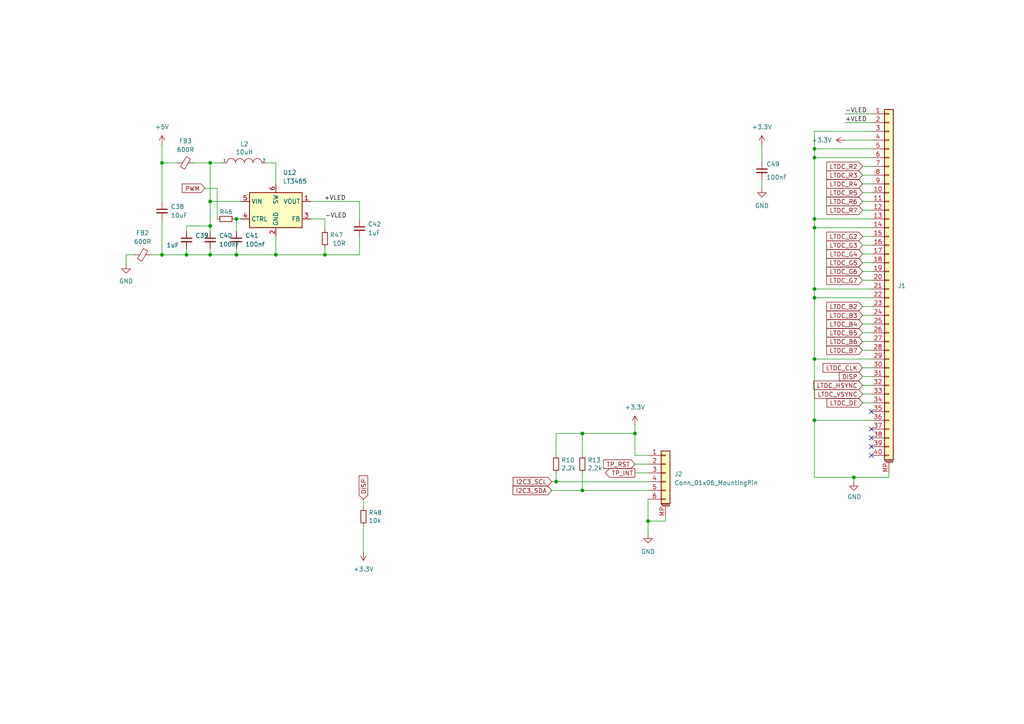
<source format=kicad_sch>
(kicad_sch (version 20250114) (generator "eeschema") (generator_version "9.0")
  (paper "A4")
  (lib_symbols
    (symbol "Connector_Generic_MountingPin:Conn_01x06_MountingPin" (pin_names (offset 1.016) (hide yes))
      (property "Reference" "J" (at 0 7.62 0))
      (property "Value" "Conn_01x06_MountingPin" (at 1.27 -10.16 0))
      (symbol "Conn_01x06_MountingPin_1_1"
        (rectangle (start -1.27 6.35) (end 1.27 -8.89) (stroke (width 0.254)) (fill (type background)))
        (rectangle (start -1.27 5.207) (end 0 4.953) (stroke (width 0.1524)))
        (rectangle (start -1.27 2.667) (end 0 2.413) (stroke (width 0.1524)))
        (rectangle (start -1.27 0.127) (end 0 -0.127) (stroke (width 0.1524)))
        (rectangle (start -1.27 -2.413) (end 0 -2.667) (stroke (width 0.1524)))
        (rectangle (start -1.27 -4.953) (end 0 -5.207) (stroke (width 0.1524)))
        (rectangle (start -1.27 -7.493) (end 0 -7.747) (stroke (width 0.1524)))
        (polyline (pts (xy -1.016 -9.652) (xy 1.016 -9.652)) (stroke (width 0.1524)))
        (text "Mounting" (at 0 -9.271 0) (effects (font (size 0.381 0.381))))
        (pin passive line (at -5.08 5.08 0) (length 3.81) (name "Pin_1") (number "1"))
        (pin passive line (at -5.08 2.54 0) (length 3.81) (name "Pin_2") (number "2"))
        (pin passive line (at -5.08 0 0) (length 3.81) (name "Pin_3") (number "3"))
        (pin passive line (at -5.08 -2.54 0) (length 3.81) (name "Pin_4") (number "4"))
        (pin passive line (at -5.08 -5.08 0) (length 3.81) (name "Pin_5") (number "5"))
        (pin passive line (at -5.08 -7.62 0) (length 3.81) (name "Pin_6") (number "6"))
        (pin passive line (at 0 -12.7 90) (length 3.048) (name "MountPin") (number "MP"))
      )
    )
    (symbol "Connector_Generic_MountingPin:Conn_01x40_MountingPin" (pin_names (offset 1.016) (hide yes))
      (property "Reference" "J" (at 0 50.8 0))
      (property "Value" "Conn_01x40_MountingPin" (at 1.27 -53.34 0))
      (symbol "Conn_01x40_MountingPin_1_1"
        (rectangle (start -1.27 49.53) (end 1.27 -52.07) (stroke (width 0.254)) (fill (type background)))
        (rectangle (start -1.27 48.387) (end 0 48.133) (stroke (width 0.1524)))
        (rectangle (start -1.27 45.847) (end 0 45.593) (stroke (width 0.1524)))
        (rectangle (start -1.27 43.307) (end 0 43.053) (stroke (width 0.1524)))
        (rectangle (start -1.27 40.767) (end 0 40.513) (stroke (width 0.1524)))
        (rectangle (start -1.27 38.227) (end 0 37.973) (stroke (width 0.1524)))
        (rectangle (start -1.27 35.687) (end 0 35.433) (stroke (width 0.1524)))
        (rectangle (start -1.27 33.147) (end 0 32.893) (stroke (width 0.1524)))
        (rectangle (start -1.27 30.607) (end 0 30.353) (stroke (width 0.1524)))
        (rectangle (start -1.27 28.067) (end 0 27.813) (stroke (width 0.1524)))
        (rectangle (start -1.27 25.527) (end 0 25.273) (stroke (width 0.1524)))
        (rectangle (start -1.27 22.987) (end 0 22.733) (stroke (width 0.1524)))
        (rectangle (start -1.27 20.447) (end 0 20.193) (stroke (width 0.1524)))
        (rectangle (start -1.27 17.907) (end 0 17.653) (stroke (width 0.1524)))
        (rectangle (start -1.27 15.367) (end 0 15.113) (stroke (width 0.1524)))
        (rectangle (start -1.27 12.827) (end 0 12.573) (stroke (width 0.1524)))
        (rectangle (start -1.27 10.287) (end 0 10.033) (stroke (width 0.1524)))
        (rectangle (start -1.27 7.747) (end 0 7.493) (stroke (width 0.1524)))
        (rectangle (start -1.27 5.207) (end 0 4.953) (stroke (width 0.1524)))
        (rectangle (start -1.27 2.667) (end 0 2.413) (stroke (width 0.1524)))
        (rectangle (start -1.27 0.127) (end 0 -0.127) (stroke (width 0.1524)))
        (rectangle (start -1.27 -2.413) (end 0 -2.667) (stroke (width 0.1524)))
        (rectangle (start -1.27 -4.953) (end 0 -5.207) (stroke (width 0.1524)))
        (rectangle (start -1.27 -7.493) (end 0 -7.747) (stroke (width 0.1524)))
        (rectangle (start -1.27 -10.033) (end 0 -10.287) (stroke (width 0.1524)))
        (rectangle (start -1.27 -12.573) (end 0 -12.827) (stroke (width 0.1524)))
        (rectangle (start -1.27 -15.113) (end 0 -15.367) (stroke (width 0.1524)))
        (rectangle (start -1.27 -17.653) (end 0 -17.907) (stroke (width 0.1524)))
        (rectangle (start -1.27 -20.193) (end 0 -20.447) (stroke (width 0.1524)))
        (rectangle (start -1.27 -22.733) (end 0 -22.987) (stroke (width 0.1524)))
        (rectangle (start -1.27 -25.273) (end 0 -25.527) (stroke (width 0.1524)))
        (rectangle (start -1.27 -27.813) (end 0 -28.067) (stroke (width 0.1524)))
        (rectangle (start -1.27 -30.353) (end 0 -30.607) (stroke (width 0.1524)))
        (rectangle (start -1.27 -32.893) (end 0 -33.147) (stroke (width 0.1524)))
        (rectangle (start -1.27 -35.433) (end 0 -35.687) (stroke (width 0.1524)))
        (rectangle (start -1.27 -37.973) (end 0 -38.227) (stroke (width 0.1524)))
        (rectangle (start -1.27 -40.513) (end 0 -40.767) (stroke (width 0.1524)))
        (rectangle (start -1.27 -43.053) (end 0 -43.307) (stroke (width 0.1524)))
        (rectangle (start -1.27 -45.593) (end 0 -45.847) (stroke (width 0.1524)))
        (rectangle (start -1.27 -48.133) (end 0 -48.387) (stroke (width 0.1524)))
        (rectangle (start -1.27 -50.673) (end 0 -50.927) (stroke (width 0.1524)))
        (polyline (pts (xy -1.016 -52.832) (xy 1.016 -52.832)) (stroke (width 0.1524)))
        (text "Mounting" (at 0 -52.451 0) (effects (font (size 0.381 0.381))))
        (pin passive line (at -5.08 48.26 0) (length 3.81) (name "Pin_1") (number "1"))
        (pin passive line (at -5.08 45.72 0) (length 3.81) (name "Pin_2") (number "2"))
        (pin passive line (at -5.08 43.18 0) (length 3.81) (name "Pin_3") (number "3"))
        (pin passive line (at -5.08 40.64 0) (length 3.81) (name "Pin_4") (number "4"))
        (pin passive line (at -5.08 38.1 0) (length 3.81) (name "Pin_5") (number "5"))
        (pin passive line (at -5.08 35.56 0) (length 3.81) (name "Pin_6") (number "6"))
        (pin passive line (at -5.08 33.02 0) (length 3.81) (name "Pin_7") (number "7"))
        (pin passive line (at -5.08 30.48 0) (length 3.81) (name "Pin_8") (number "8"))
        (pin passive line (at -5.08 27.94 0) (length 3.81) (name "Pin_9") (number "9"))
        (pin passive line (at -5.08 25.4 0) (length 3.81) (name "Pin_10") (number "10"))
        (pin passive line (at -5.08 22.86 0) (length 3.81) (name "Pin_11") (number "11"))
        (pin passive line (at -5.08 20.32 0) (length 3.81) (name "Pin_12") (number "12"))
        (pin passive line (at -5.08 17.78 0) (length 3.81) (name "Pin_13") (number "13"))
        (pin passive line (at -5.08 15.24 0) (length 3.81) (name "Pin_14") (number "14"))
        (pin passive line (at -5.08 12.7 0) (length 3.81) (name "Pin_15") (number "15"))
        (pin passive line (at -5.08 10.16 0) (length 3.81) (name "Pin_16") (number "16"))
        (pin passive line (at -5.08 7.62 0) (length 3.81) (name "Pin_17") (number "17"))
        (pin passive line (at -5.08 5.08 0) (length 3.81) (name "Pin_18") (number "18"))
        (pin passive line (at -5.08 2.54 0) (length 3.81) (name "Pin_19") (number "19"))
        (pin passive line (at -5.08 0 0) (length 3.81) (name "Pin_20") (number "20"))
        (pin passive line (at -5.08 -2.54 0) (length 3.81) (name "Pin_21") (number "21"))
        (pin passive line (at -5.08 -5.08 0) (length 3.81) (name "Pin_22") (number "22"))
        (pin passive line (at -5.08 -7.62 0) (length 3.81) (name "Pin_23") (number "23"))
        (pin passive line (at -5.08 -10.16 0) (length 3.81) (name "Pin_24") (number "24"))
        (pin passive line (at -5.08 -12.7 0) (length 3.81) (name "Pin_25") (number "25"))
        (pin passive line (at -5.08 -15.24 0) (length 3.81) (name "Pin_26") (number "26"))
        (pin passive line (at -5.08 -17.78 0) (length 3.81) (name "Pin_27") (number "27"))
        (pin passive line (at -5.08 -20.32 0) (length 3.81) (name "Pin_28") (number "28"))
        (pin passive line (at -5.08 -22.86 0) (length 3.81) (name "Pin_29") (number "29"))
        (pin passive line (at -5.08 -25.4 0) (length 3.81) (name "Pin_30") (number "30"))
        (pin passive line (at -5.08 -27.94 0) (length 3.81) (name "Pin_31") (number "31"))
        (pin passive line (at -5.08 -30.48 0) (length 3.81) (name "Pin_32") (number "32"))
        (pin passive line (at -5.08 -33.02 0) (length 3.81) (name "Pin_33") (number "33"))
        (pin passive line (at -5.08 -35.56 0) (length 3.81) (name "Pin_34") (number "34"))
        (pin passive line (at -5.08 -38.1 0) (length 3.81) (name "Pin_35") (number "35"))
        (pin passive line (at -5.08 -40.64 0) (length 3.81) (name "Pin_36") (number "36"))
        (pin passive line (at -5.08 -43.18 0) (length 3.81) (name "Pin_37") (number "37"))
        (pin passive line (at -5.08 -45.72 0) (length 3.81) (name "Pin_38") (number "38"))
        (pin passive line (at -5.08 -48.26 0) (length 3.81) (name "Pin_39") (number "39"))
        (pin passive line (at -5.08 -50.8 0) (length 3.81) (name "Pin_40") (number "40"))
        (pin passive line (at 0 -55.88 90) (length 3.048) (name "MountPin") (number "MP"))
      )
    )
    (symbol "Device:C_Small" (pin_numbers (hide yes)) (pin_names (offset 0.254) (hide yes))
      (property "Reference" "C" (at 0.254 1.778 0))
      (property "Value" "C_Small" (at 0.254 -2.032 0))
      (symbol "C_Small_0_1"
        (polyline (pts (xy -1.524 0.508) (xy 1.524 0.508)) (stroke (width 0.3048)))
        (polyline (pts (xy -1.524 -0.508) (xy 1.524 -0.508)) (stroke (width 0.3302)))
      )
      (symbol "C_Small_1_1"
        (pin passive line (at 0 2.54 270) (length 2.032) (name "~") (number "1"))
        (pin passive line (at 0 -2.54 90) (length 2.032) (name "~") (number "2"))
      )
    )
    (symbol "Device:FerriteBead_Small" (pin_numbers (hide yes)) (pin_names (offset 0))
      (property "Reference" "FB" (at 1.905 1.27 0))
      (property "Value" "FerriteBead_Small" (at 1.905 -1.27 0))
      (symbol "FerriteBead_Small_0_1"
        (polyline (pts (xy -1.8288 0.2794) (xy -1.1176 1.4986) (xy 1.8288 -0.2032) (xy 1.1176 -1.4224) (xy -1.8288 0.2794)))
        (polyline (pts (xy 0 0.889) (xy 0 1.2954)))
        (polyline (pts (xy 0 -1.27) (xy 0 -0.7874)))
      )
      (symbol "FerriteBead_Small_1_1"
        (pin passive line (at 0 2.54 270) (length 1.27) (name "~") (number "1"))
        (pin passive line (at 0 -2.54 90) (length 1.27) (name "~") (number "2"))
      )
    )
    (symbol "Device:R_Small" (pin_numbers (hide yes)) (pin_names (offset 0.254) (hide yes))
      (property "Reference" "R" (at 0.762 0.508 0))
      (property "Value" "R_Small" (at 0.762 -1.016 0))
      (symbol "R_Small_0_1"
        (rectangle (start -0.762 1.778) (end 0.762 -1.778) (stroke (width 0.2032)))
      )
      (symbol "R_Small_1_1"
        (pin passive line (at 0 2.54 270) (length 0.762) (name "~") (number "1"))
        (pin passive line (at 0 -2.54 90) (length 0.762) (name "~") (number "2"))
      )
    )
    (symbol "Driver_LED:LT3465"
      (property "Reference" "U?" (at 2.0194 10.922 0))
      (property "Value" "LT3465" (at 2.0194 8.382 0))
      (symbol "LT3465_0_1"
        (rectangle (start -7.62 5.08) (end 7.62 -5.08) (stroke (width 0.254)) (fill (type background)))
      )
      (symbol "LT3465_1_1"
        (pin power_in line (at -10.16 2.54 0) (length 2.54) (name "VIN") (number "5"))
        (pin input line (at -10.16 -2.54 0) (length 2.54) (name "CTRL") (number "4"))
        (pin output line (at 0 7.62 270) (length 2.54) (name "SW") (number "6"))
        (pin power_in line (at 0 -7.62 90) (length 2.54) (name "GND") (number "2"))
        (pin power_out line (at 10.16 2.54 180) (length 2.54) (name "VOUT") (number "1"))
        (pin input line (at 10.16 -2.54 180) (length 2.54) (name "FB") (number "3"))
      )
    )
    (symbol "power:+5V" (power) (pin_numbers (hide yes)) (pin_names (offset 0) (hide yes))
      (property "Value" "+5V" (at 0 3.556 0))
      (symbol "+5V_0_1"
        (polyline (pts (xy -0.762 1.27) (xy 0 2.54)))
        (polyline (pts (xy 0 2.54) (xy 0.762 1.27)))
        (polyline (pts (xy 0 0) (xy 0 2.54)))
      )
      (symbol "+5V_1_1"
        (pin power_in line (at 0 0 90) (length 0) (name "~") (number "1"))
      )
    )
    (symbol "power:GND" (power) (pin_numbers (hide yes)) (pin_names (offset 0) (hide yes))
      (property "Value" "GND" (at 0 -3.81 0))
      (symbol "GND_0_1"
        (polyline (pts (xy 0 0) (xy 0 -1.27) (xy 1.27 -1.27) (xy 0 -2.54) (xy -1.27 -1.27) (xy 0 -1.27)))
      )
      (symbol "GND_1_1"
        (pin power_in line (at 0 0 270) (length 0) (name "~") (number "1"))
      )
    )
    (symbol "power:VDD" (power) (pin_numbers (hide yes)) (pin_names (offset 0) (hide yes))
      (property "Value" "VDD" (at 0 3.556 0))
      (symbol "VDD_0_1"
        (polyline (pts (xy -0.762 1.27) (xy 0 2.54)))
        (polyline (pts (xy 0 2.54) (xy 0.762 1.27)))
        (polyline (pts (xy 0 0) (xy 0 2.54)))
      )
      (symbol "VDD_1_1"
        (pin power_in line (at 0 0 90) (length 0) (name "~") (number "1"))
      )
    )
    (symbol "pspice:INDUCTOR" (pin_numbers (hide yes)) (pin_names (offset 0))
      (property "Reference" "L" (at 0 2.54 0))
      (property "Value" "INDUCTOR" (at 0 -1.27 0))
      (symbol "INDUCTOR_0_1"
        (arc (start -5.08 0) (mid -3.81 1.2645) (end -2.54 0))
        (arc (start -2.54 0) (mid -1.27 1.2645) (end 0 0))
        (arc (start 0 0) (mid 1.27 1.2645) (end 2.54 0))
        (arc (start 2.54 0) (mid 3.81 1.2645) (end 5.08 0))
      )
      (symbol "INDUCTOR_1_1"
        (pin input line (at -6.35 0 0) (length 1.27) (name "1") (number "1"))
        (pin input line (at 6.35 0 180) (length 1.27) (name "2") (number "2"))
      )
    )
  )
  (junction (at 80.01 73.914))
  (junction (at 46.99 47.244))
  (junction (at 236.22 86.36))
  (junction (at 54.102 73.914))
  (junction (at 236.22 45.72))
  (junction (at 168.91 142.24))
  (junction (at 161.29 139.7))
  (junction (at 236.22 83.82))
  (junction (at 94.234 73.914))
  (junction (at 46.99 73.914))
  (junction (at 60.96 65.532))
  (junction (at 68.58 63.5))
  (junction (at 247.65 138.43))
  (junction (at 60.96 73.914))
  (junction (at 68.58 73.914))
  (junction (at 168.91 125.73))
  (junction (at 236.22 121.92))
  (junction (at 184.15 125.73))
  (junction (at 236.22 43.18))
  (junction (at 236.22 104.14))
  (junction (at 236.22 63.5))
  (junction (at 187.96 151.13))
  (junction (at 60.96 47.244))
  (junction (at 236.22 66.04))
  (junction (at 60.96 58.42))
  (no_connect (at 252.73 124.46))
  (no_connect (at 252.73 127))
  (no_connect (at 252.73 132.08))
  (no_connect (at 252.73 119.38))
  (no_connect (at 252.73 129.54))
  (wire (pts (xy 250.19 78.74) (xy 252.73 78.74)))
  (wire (pts (xy 46.99 41.91) (xy 46.99 47.244)))
  (wire (pts (xy 184.15 123.19) (xy 184.15 125.73)))
  (wire (pts (xy 68.58 63.5) (xy 69.85 63.5)))
  (wire (pts (xy 60.96 65.532) (xy 60.96 67.056)))
  (wire (pts (xy 104.267 58.42) (xy 90.17 58.42)))
  (wire (pts (xy 168.91 142.24) (xy 187.96 142.24)))
  (wire (pts (xy 94.234 73.914) (xy 80.01 73.914)))
  (wire (pts (xy 80.01 73.914) (xy 80.01 68.58)))
  (wire (pts (xy 250.19 91.44) (xy 252.73 91.44)))
  (wire (pts (xy 250.19 81.28) (xy 252.73 81.28)))
  (wire (pts (xy 247.65 138.43) (xy 247.65 139.7)))
  (wire (pts (xy 245.11 35.56) (xy 252.73 35.56)))
  (wire (pts (xy 54.102 67.056) (xy 54.102 65.532)))
  (wire (pts (xy 236.22 45.72) (xy 236.22 63.5)))
  (wire (pts (xy 104.267 63.754) (xy 104.267 58.42)))
  (wire (pts (xy 54.102 73.914) (xy 60.96 73.914)))
  (wire (pts (xy 236.22 138.43) (xy 247.65 138.43)))
  (wire (pts (xy 236.22 104.14) (xy 236.22 121.92)))
  (wire (pts (xy 250.19 71.12) (xy 252.73 71.12)))
  (wire (pts (xy 220.98 41.91) (xy 220.98 46.99)))
  (wire (pts (xy 252.73 104.14) (xy 236.22 104.14)))
  (wire (pts (xy 250.19 53.34) (xy 252.73 53.34)))
  (wire (pts (xy 161.29 137.16) (xy 161.29 139.7)))
  (wire (pts (xy 220.98 52.07) (xy 220.98 54.61)))
  (wire (pts (xy 46.99 63.754) (xy 46.99 73.914)))
  (wire (pts (xy 105.41 152.4) (xy 105.41 160.02)))
  (wire (pts (xy 236.22 38.1) (xy 236.22 43.18)))
  (wire (pts (xy 46.99 73.914) (xy 54.102 73.914)))
  (wire (pts (xy 236.22 86.36) (xy 252.73 86.36)))
  (wire (pts (xy 236.22 43.18) (xy 252.73 43.18)))
  (wire (pts (xy 68.58 72.136) (xy 68.58 73.914)))
  (wire (pts (xy 160.02 142.24) (xy 168.91 142.24)))
  (wire (pts (xy 250.19 55.88) (xy 252.73 55.88)))
  (wire (pts (xy 236.22 83.82) (xy 252.73 83.82)))
  (wire (pts (xy 250.19 116.84) (xy 252.73 116.84)))
  (wire (pts (xy 104.267 73.914) (xy 94.234 73.914)))
  (wire (pts (xy 250.19 73.66) (xy 252.73 73.66)))
  (wire (pts (xy 245.11 33.02) (xy 252.73 33.02)))
  (wire (pts (xy 250.19 88.9) (xy 252.73 88.9)))
  (wire (pts (xy 60.96 72.136) (xy 60.96 73.914)))
  (wire (pts (xy 46.99 47.244) (xy 46.99 58.674)))
  (wire (pts (xy 36.576 76.708) (xy 36.576 73.914)))
  (wire (pts (xy 60.96 47.244) (xy 64.516 47.244)))
  (wire (pts (xy 94.234 71.755) (xy 94.234 73.914)))
  (wire (pts (xy 236.22 83.82) (xy 236.22 86.36)))
  (wire (pts (xy 60.96 47.244) (xy 60.96 58.42)))
  (wire (pts (xy 250.19 114.3) (xy 252.73 114.3)))
  (wire (pts (xy 245.11 40.64) (xy 252.73 40.64)))
  (wire (pts (xy 236.22 66.04) (xy 236.22 83.82)))
  (wire (pts (xy 60.96 73.914) (xy 68.58 73.914)))
  (wire (pts (xy 236.22 86.36) (xy 236.22 104.14)))
  (wire (pts (xy 54.102 72.136) (xy 54.102 73.914)))
  (wire (pts (xy 160.02 139.7) (xy 161.29 139.7)))
  (wire (pts (xy 43.942 73.914) (xy 46.99 73.914)))
  (wire (pts (xy 250.19 93.98) (xy 252.73 93.98)))
  (wire (pts (xy 161.29 132.08) (xy 161.29 125.73)))
  (wire (pts (xy 250.19 109.22) (xy 252.73 109.22)))
  (wire (pts (xy 236.22 121.92) (xy 252.73 121.92)))
  (wire (pts (xy 187.96 151.13) (xy 187.96 154.94)))
  (wire (pts (xy 250.19 50.8) (xy 252.73 50.8)))
  (wire (pts (xy 250.19 58.42) (xy 252.73 58.42)))
  (wire (pts (xy 250.19 111.76) (xy 252.73 111.76)))
  (wire (pts (xy 250.19 76.2) (xy 252.73 76.2)))
  (wire (pts (xy 184.15 134.62) (xy 187.96 134.62)))
  (wire (pts (xy 94.234 63.5) (xy 94.234 66.675)))
  (wire (pts (xy 168.91 137.16) (xy 168.91 142.24)))
  (wire (pts (xy 36.576 73.914) (xy 38.862 73.914)))
  (wire (pts (xy 236.22 63.5) (xy 236.22 66.04)))
  (wire (pts (xy 236.22 43.18) (xy 236.22 45.72)))
  (wire (pts (xy 54.102 65.532) (xy 60.96 65.532)))
  (wire (pts (xy 184.15 132.08) (xy 187.96 132.08)))
  (wire (pts (xy 46.99 47.244) (xy 51.308 47.244)))
  (wire (pts (xy 250.19 68.58) (xy 252.73 68.58)))
  (wire (pts (xy 236.22 121.92) (xy 236.22 138.43)))
  (wire (pts (xy 236.22 66.04) (xy 252.73 66.04)))
  (wire (pts (xy 187.96 144.78) (xy 187.96 151.13)))
  (wire (pts (xy 257.81 137.16) (xy 257.81 138.43)))
  (wire (pts (xy 193.04 149.86) (xy 193.04 151.13)))
  (wire (pts (xy 161.29 139.7) (xy 187.96 139.7)))
  (wire (pts (xy 250.19 99.06) (xy 252.73 99.06)))
  (wire (pts (xy 56.388 47.244) (xy 60.96 47.244)))
  (wire (pts (xy 168.91 125.73) (xy 168.91 132.08)))
  (wire (pts (xy 62.992 63.5) (xy 62.992 54.61)))
  (wire (pts (xy 236.22 63.5) (xy 252.73 63.5)))
  (wire (pts (xy 90.17 63.5) (xy 94.234 63.5)))
  (wire (pts (xy 184.15 125.73) (xy 184.15 132.08)))
  (wire (pts (xy 60.96 58.42) (xy 60.96 65.532)))
  (wire (pts (xy 184.15 137.16) (xy 187.96 137.16)))
  (wire (pts (xy 105.41 147.32) (xy 105.41 144.78)))
  (wire (pts (xy 236.22 45.72) (xy 252.73 45.72)))
  (wire (pts (xy 168.91 125.73) (xy 184.15 125.73)))
  (wire (pts (xy 161.29 125.73) (xy 168.91 125.73)))
  (wire (pts (xy 80.01 47.244) (xy 80.01 53.34)))
  (wire (pts (xy 236.22 38.1) (xy 252.73 38.1)))
  (wire (pts (xy 250.19 106.68) (xy 252.73 106.68)))
  (wire (pts (xy 60.96 58.42) (xy 69.85 58.42)))
  (wire (pts (xy 62.992 54.61) (xy 59.436 54.61)))
  (wire (pts (xy 257.81 138.43) (xy 247.65 138.43)))
  (wire (pts (xy 250.19 60.96) (xy 252.73 60.96)))
  (wire (pts (xy 104.267 68.834) (xy 104.267 73.914)))
  (wire (pts (xy 77.216 47.244) (xy 80.01 47.244)))
  (wire (pts (xy 193.04 151.13) (xy 187.96 151.13)))
  (wire (pts (xy 68.58 73.914) (xy 80.01 73.914)))
  (wire (pts (xy 68.072 63.5) (xy 68.58 63.5)))
  (wire (pts (xy 250.19 96.52) (xy 252.73 96.52)))
  (wire (pts (xy 250.19 48.26) (xy 252.73 48.26)))
  (wire (pts (xy 250.19 101.6) (xy 252.73 101.6)))
  (wire (pts (xy 68.58 67.056) (xy 68.58 63.5)))
  (label "+VLED" (at 93.98 58.42 0))
  (label "+VLED" (at 245.11 35.56 0))
  (label "-VLED" (at 245.11 33.02 0))
  (label "-VLED" (at 94.234 63.5 0))
  (global_label "LTDC_HSYNC" (shape input) (at 250.19 111.76 180) (property "Intersheetrefs" "${INTERSHEET_REFS}" (effects (hide yes))))
  (global_label "LTDC_B4" (shape input) (at 250.19 93.98 180) (property "Intersheetrefs" "${INTERSHEET_REFS}" (effects (hide yes))))
  (global_label "LTDC_CLK" (shape input) (at 250.19 106.68 180) (property "Intersheetrefs" "${INTERSHEET_REFS}" (effects (hide yes))))
  (global_label "LTDC_R4" (shape input) (at 250.19 53.34 180) (property "Intersheetrefs" "${INTERSHEET_REFS}" (effects (hide yes))))
  (global_label "TP_INT" (shape output) (at 184.15 137.16 180) (property "Intersheetrefs" "${INTERSHEET_REFS}" (effects (hide yes))))
  (global_label "LTDC_G2" (shape input) (at 250.19 68.58 180) (property "Intersheetrefs" "${INTERSHEET_REFS}" (effects (hide yes))))
  (global_label "LTDC_G5" (shape input) (at 250.19 76.2 180) (property "Intersheetrefs" "${INTERSHEET_REFS}" (effects (hide yes))))
  (global_label "PWM" (shape input) (at 59.436 54.61 180) (property "Intersheetrefs" "${INTERSHEET_REFS}" (effects (hide yes))))
  (global_label "LTDC_R7" (shape input) (at 250.19 60.96 180) (property "Intersheetrefs" "${INTERSHEET_REFS}" (effects (hide yes))))
  (global_label "LTDC_G4" (shape input) (at 250.19 73.66 180) (property "Intersheetrefs" "${INTERSHEET_REFS}" (effects (hide yes))))
  (global_label "LTDC_G6" (shape input) (at 250.19 78.74 180) (property "Intersheetrefs" "${INTERSHEET_REFS}" (effects (hide yes))))
  (global_label "LTDC_G3" (shape input) (at 250.19 71.12 180) (property "Intersheetrefs" "${INTERSHEET_REFS}" (effects (hide yes))))
  (global_label "LTDC_B6" (shape input) (at 250.19 99.06 180) (property "Intersheetrefs" "${INTERSHEET_REFS}" (effects (hide yes))))
  (global_label "LTDC_R3" (shape input) (at 250.19 50.8 180) (property "Intersheetrefs" "${INTERSHEET_REFS}" (effects (hide yes))))
  (global_label "LTDC_B3" (shape input) (at 250.19 91.44 180) (property "Intersheetrefs" "${INTERSHEET_REFS}" (effects (hide yes))))
  (global_label "LTDC_VSYNC" (shape input) (at 250.19 114.3 180) (property "Intersheetrefs" "${INTERSHEET_REFS}" (effects (hide yes))))
  (global_label "LTDC_B7" (shape input) (at 250.19 101.6 180) (property "Intersheetrefs" "${INTERSHEET_REFS}" (effects (hide yes))))
  (global_label "LTDC_G7" (shape input) (at 250.19 81.28 180) (property "Intersheetrefs" "${INTERSHEET_REFS}" (effects (hide yes))))
  (global_label "LTDC_DE" (shape input) (at 250.19 116.84 180) (property "Intersheetrefs" "${INTERSHEET_REFS}" (effects (hide yes))))
  (global_label "I2C3_SCL" (shape input) (at 160.02 139.7 180) (property "Intersheetrefs" "${INTERSHEET_REFS}" (effects (hide yes))))
  (global_label "LTDC_R5" (shape input) (at 250.19 55.88 180) (property "Intersheetrefs" "${INTERSHEET_REFS}" (effects (hide yes))))
  (global_label "LTDC_B5" (shape input) (at 250.19 96.52 180) (property "Intersheetrefs" "${INTERSHEET_REFS}" (effects (hide yes))))
  (global_label "LTDC_B2" (shape input) (at 250.19 88.9 180) (property "Intersheetrefs" "${INTERSHEET_REFS}" (effects (hide yes))))
  (global_label "LTDC_R6" (shape input) (at 250.19 58.42 180) (property "Intersheetrefs" "${INTERSHEET_REFS}" (effects (hide yes))))
  (global_label "I2C3_SDA" (shape input) (at 160.02 142.24 180) (property "Intersheetrefs" "${INTERSHEET_REFS}" (effects (hide yes))))
  (global_label "DISP" (shape input) (at 105.41 144.78 90) (property "Intersheetrefs" "${INTERSHEET_REFS}" (effects (hide yes))))
  (global_label "LTDC_R2" (shape input) (at 250.19 48.26 180) (property "Intersheetrefs" "${INTERSHEET_REFS}" (effects (hide yes))))
  (global_label "TP_RST" (shape input) (at 184.15 134.62 180) (property "Intersheetrefs" "${INTERSHEET_REFS}" (effects (hide yes))))
  (global_label "DISP" (shape input) (at 250.19 109.22 180) (property "Intersheetrefs" "${INTERSHEET_REFS}" (effects (hide yes))))
  (symbol (lib_id "power:GND") (at 247.65 139.7 0) (unit 1)
    (property "Reference" "#PWR0156" (effects (hide yes)))
    (property "Value" "GND" (at 247.777 144.0942 0))
  )
  (symbol (lib_id "pspice:INDUCTOR") (at 70.866 47.244 0) (unit 1)
    (property "Reference" "L2" (at 70.866 41.783 0))
    (property "Value" "10uH" (at 70.866 44.0944 0))
    (property "Footprint" "Inductor_SMD:L_0805_2012Metric" (effects (hide yes)))
  )
  (symbol (lib_id "Device:R_Small") (at 168.91 134.62 0) (unit 1)
    (property "Reference" "R13" (at 170.4086 133.4516 0) (effects (justify left)))
    (property "Value" "2.2k" (at 170.4086 135.763 0) (effects (justify left)))
    (property "Footprint" "Resistor_SMD:R_0603_1608Metric" (effects (hide yes)))
  )
  (symbol (lib_id "power:GND") (at 36.576 76.708 0) (unit 1)
    (property "Reference" "#PWR0164" (effects (hide yes)))
    (property "Value" "GND" (at 36.576 81.534 0))
  )
  (symbol (lib_id "power:VDD") (at 245.11 40.64 90) (unit 1)
    (property "Reference" "#PWR035" (effects (hide yes)))
    (property "Value" "+3.3V" (at 241.3 40.6399 90) (effects (justify left)))
    (property "Description" "Power symbol creates a global label with name \"VDD\"" (effects (hide yes)))
  )
  (symbol (lib_id "Device:FerriteBead_Small") (at 41.402 73.914 90) (unit 1)
    (property "Reference" "FB2" (at 41.3639 67.564 90))
    (property "Value" "600R" (at 41.3639 70.104 90))
    (property "Footprint" "Inductor_SMD:L_0603_1608Metric" (effects (hide yes)))
  )
  (symbol (lib_id "Device:FerriteBead_Small") (at 53.848 47.244 90) (unit 1)
    (property "Reference" "FB3" (at 53.8099 40.894 90))
    (property "Value" "600R" (at 53.8099 43.434 90))
    (property "Footprint" "Inductor_SMD:L_0603_1608Metric" (effects (hide yes)))
  )
  (symbol (lib_id "Device:C_Small") (at 54.102 69.596 0) (unit 1)
    (property "Reference" "C39" (at 56.642 68.3322 0) (effects (justify left)))
    (property "Value" "1uF" (at 48.26 71.12 0) (effects (justify left)))
    (property "Footprint" "Capacitor_SMD:C_0603_1608Metric" (effects (hide yes)))
  )
  (symbol (lib_id "power:GND") (at 220.98 54.61 0) (unit 1)
    (property "Reference" "#PWR022" (effects (hide yes)))
    (property "Value" "GND" (at 220.98 59.69 0))
    (property "Description" "Power symbol creates a global label with name \"GND\" , ground" (effects (hide yes)))
  )
  (symbol (lib_id "Device:C_Small") (at 220.98 49.53 0) (unit 1)
    (property "Reference" "C49" (at 222.25 47.625 0) (effects (justify left)))
    (property "Value" "100nF" (at 222.25 51.435 0) (effects (justify left)))
    (property "Footprint" "Capacitor_SMD:C_0603_1608Metric" (effects (hide yes)))
  )
  (symbol (lib_id "power:VDD") (at 184.15 123.19 0) (unit 1)
    (property "Reference" "#PWR020" (effects (hide yes)))
    (property "Value" "+3.3V" (at 184.15 118.11 0))
    (property "Description" "Power symbol creates a global label with name \"VDD\"" (effects (hide yes)))
  )
  (symbol (lib_id "power:GND") (at 187.96 154.94 0) (unit 1)
    (property "Reference" "#PWR021" (effects (hide yes)))
    (property "Value" "GND" (at 187.96 160.02 0))
    (property "Description" "Power symbol creates a global label with name \"GND\" , ground" (effects (hide yes)))
  )
  (symbol (lib_id "Connector_Generic_MountingPin:Conn_01x06_MountingPin") (at 193.04 137.16 0) (unit 1)
    (property "Reference" "J2" (at 195.58 137.5155 0) (effects (justify left)))
    (property "Value" "Conn_01x06_MountingPin" (at 195.58 140.0555 0) (effects (justify left)))
    (property "Footprint" "Connector_FFC-FPC:TE_0-1734839-6_1x06-1MP_P0.5mm_Horizontal" (effects (hide yes)))
    (property "Description" "Generic connectable mounting pin connector, single row, 01x06, script generated (kicad-library-utils/schlib/autogen/connector/)" (effects (hide yes)))
  )
  (symbol (lib_id "Connector_Generic_MountingPin:Conn_01x40_MountingPin") (at 257.81 81.28 0) (unit 1)
    (property "Reference" "J1" (at 260.35 82.9055 0) (effects (justify left)))
    (property "Value" "Conn_01x40_MountingPin" (effects (hide yes)))
    (property "Footprint" "Connector_FFC-FPC:TE_4-1734839-0_1x40-1MP_P0.5mm_Horizontal" (effects (hide yes)))
    (property "Description" "Generic connectable mounting pin connector, single row, 01x40, script generated (kicad-library-utils/schlib/autogen/connector/)" (effects (hide yes)))
  )
  (symbol (lib_id "Device:R_Small") (at 161.29 134.62 0) (unit 1)
    (property "Reference" "R10" (at 162.7886 133.4516 0) (effects (justify left)))
    (property "Value" "2.2k" (at 162.7886 135.763 0) (effects (justify left)))
    (property "Footprint" "Resistor_SMD:R_0603_1608Metric" (effects (hide yes)))
  )
  (symbol (lib_id "power:+5V") (at 46.99 41.91 0) (unit 1)
    (property "Reference" "#PWR036" (effects (hide yes)))
    (property "Value" "+5V" (at 46.99 36.83 0))
    (property "Description" "Power symbol creates a global label with name \"+5V\"" (effects (hide yes)))
  )
  (symbol (lib_id "Device:C_Small") (at 104.267 66.294 0) (unit 1)
    (property "Reference" "C42" (at 106.68 65.0302 0) (effects (justify left)))
    (property "Value" "1uF" (at 106.68 67.5702 0) (effects (justify left)))
    (property "Footprint" "Capacitor_SMD:C_0603_1608Metric" (effects (hide yes)))
  )
  (symbol (lib_id "power:VDD") (at 105.41 160.02 180) (unit 1)
    (property "Reference" "#PWR034" (effects (hide yes)))
    (property "Value" "+3.3V" (at 105.41 165.1 0))
    (property "Description" "Power symbol creates a global label with name \"VDD\"" (effects (hide yes)))
  )
  (symbol (lib_id "Device:R_Small") (at 94.234 69.215 180) (unit 1)
    (property "Reference" "R47" (at 99.568 68.199 0) (effects (justify left)))
    (property "Value" "10R" (at 100.33 70.612 0) (effects (justify left)))
    (property "Footprint" "Resistor_SMD:R_0603_1608Metric" (effects (hide yes)))
  )
  (symbol (lib_id "Device:R_Small") (at 65.532 63.5 90) (unit 1)
    (property "Reference" "R46" (at 67.564 61.468 90) (effects (justify left)))
    (property "Value" "5k" (effects (hide yes)))
    (property "Footprint" "Resistor_SMD:R_0603_1608Metric" (effects (hide yes)))
  )
  (symbol (lib_id "Device:C_Small") (at 60.96 69.596 0) (unit 1)
    (property "Reference" "C40" (at 63.5 68.3322 0) (effects (justify left)))
    (property "Value" "100nF" (at 63.5 70.8722 0) (effects (justify left)))
    (property "Footprint" "Capacitor_SMD:C_0603_1608Metric" (effects (hide yes)))
  )
  (symbol (lib_id "power:VDD") (at 220.98 41.91 0) (unit 1)
    (property "Reference" "#PWR033" (effects (hide yes)))
    (property "Value" "+3.3V" (at 220.98 36.83 0))
    (property "Description" "Power symbol creates a global label with name \"VDD\"" (effects (hide yes)))
  )
  (symbol (lib_id "Device:C_Small") (at 46.99 61.214 0) (unit 1)
    (property "Reference" "C38" (at 49.53 59.9502 0) (effects (justify left)))
    (property "Value" "10uF" (at 49.53 62.4902 0) (effects (justify left)))
    (property "Footprint" "Capacitor_SMD:C_0805_2012Metric" (effects (hide yes)))
  )
  (symbol (lib_id "Device:C_Small") (at 68.58 69.596 0) (unit 1)
    (property "Reference" "C41" (at 71.12 68.3322 0) (effects (justify left)))
    (property "Value" "100nf" (at 71.12 70.8722 0) (effects (justify left)))
    (property "Footprint" "Capacitor_SMD:C_0603_1608Metric" (effects (hide yes)))
  )
  (symbol (lib_id "Driver_LED:LT3465") (at 80.01 60.96 0) (unit 1)
    (property "Reference" "U12" (at 82.0294 50.038 0) (effects (justify left)))
    (property "Value" "LT3465" (at 82.0294 52.578 0) (effects (justify left)))
    (property "Footprint" "Package_TO_SOT_SMD:TSOT-23-6" (effects (hide yes)))
    (property "Datasheet" "https://www.analog.com/media/en/technical-documentation/data-sheets/3465fa.pdf" (effects (hide yes)))
  )
  (symbol (lib_id "Device:R_Small") (at 105.41 149.86 0) (unit 1)
    (property "Reference" "R48" (at 106.9086 148.6916 0) (effects (justify left)))
    (property "Value" "10k" (at 106.9086 151.003 0) (effects (justify left)))
    (property "Footprint" "Resistor_SMD:R_0603_1608Metric" (effects (hide yes)))
  )
)
</source>
